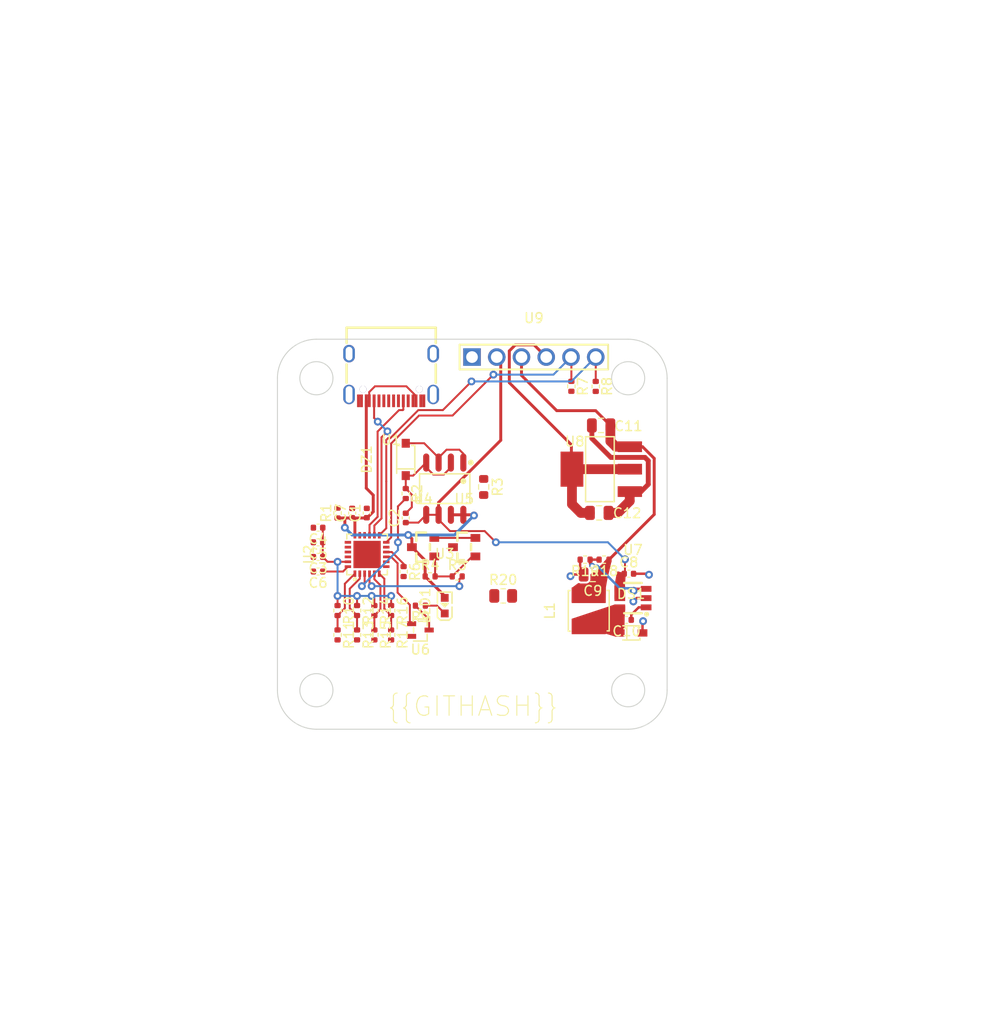
<source format=kicad_pcb>
(kicad_pcb (version 20240108) (generator "pcbnew") (generator_version "8.0")
  (layers (0 "F.Cu" signal) (31 "B.Cu" signal) (34 "B.Paste" user) (35 "F.Paste" user) (36 "B.SilkS" user "B.Silkscreen") (37 "F.SilkS" user "F.Silkscreen") (38 "B.Mask" user) (39 "F.Mask" user) (44 "Edge.Cuts" user))
  (net 0 "")
  (net 1 "cc1")
  (net 2 "hpi_int")
  (net 3 "vdc_out")
  (net 4 "sda")
  (net 5 "safe_pwr_en")
  (net 6 "usb_pd_device.cypd3177_ic-vcc-1")
  (net 7 "usb_pd_device.cypd3177_ic-vcc-2")
  (net 8 "dnu2")
  (net 9 "d_minus")
  (net 10 "d_plus")
  (net 11 "epad")
  (net 12 "vbus_fet_en")
  (net 13 "dnu1")
  (net 14 "flip")
  (net 15 "vbus_min")
  (net 16 "usb_pd_device.cypd3177_ic-vcc")
  (net 17 "vbus_max")
  (net 18 "isnk_coarse")
  (net 19 "gpio_1")
  (net 20 "cc2")
  (net 21 "scl")
  (net 22 "isnk_fine")
  (net 23 "usb_pd_device.led_indicator.led-gnd")
  (net 24 "vcc")
  (net 25 "sw")
  (net 26 "cb")
  (net 27 "vcc-2")
  (net 28 "out")
  (net 29 "source1")
  (net 30 "usb_pd_device.load_switch.load_switch_mosfet-gnd")
  (net 31 "usb_pd_device-vcc")
  (net 32 "gate")
  (net 33 "cathode")
  (net 34 "vcc-1")
  (net 35 "source")
  (net 36 "usb_c-dm")
  (net 37 "usb_c-gnd")
  (net 38 "usb_c-dp")
  (net 39 "sub2")
  (net 40 "usb_c-vcc")
  (net 41 "sub1")
  (footprint "lib:R0402" (layer "F.Cu") (at 146.853244 121.279519 180)
    (property "Reference" "R18")
    (property "Value" "62.5mW Thick Film Resistors 50V ±100ppm/℃ ±1% 23.7kΩ 0402  Chip Resistor - Surface Mount ROHS")
  )
  (footprint "lib:C0805" (layer "F.Cu") (at 146.355375 116.483928)
    (property "Reference" "C12")
    (property "Value" "25V 10uF X5R ±10% 0805  Multilayer Ceramic Capacitors MLCC - SMD/SMT ROHS")
  )
  (footprint "lib:SOD-123_L2.7-W1.7-LS3.8-RD" (layer "F.Cu") (at 126.5 111 90)
    (property "Reference" "DZ1")
    (property "Value" "")
  )
  (footprint "lib:R0402" (layer "F.Cu") (at 126.28 122.5 -90)
    (property "Reference" "R6")
    (property "Value" "62.5mW Thick Film Resistors 50V ±100ppm/℃ ±1% 4.7kΩ 0402  Chip Resistor - Surface Mount ROHS")
  )
  (footprint "lib:SOP-8_L4.9-W3.9-P1.27-LS6.0-BL" (layer "F.Cu") (at 130.5 114 180)
    (property "Reference" "U3")
    (property "Value" "")
  )
  (footprint "lib:R0402" (layer "F.Cu") (at 146 103.51 -90)
    (property "Reference" "R8")
    (property "Value" "62.5mW Thick Film Resistors 50V ±100ppm/℃ ±1% 10kΩ 0402  Chip Resistor - Surface Mount ROHS")
  )
  (footprint "lib:R0402" (layer "F.Cu") (at 123.28 129 -90)
    (property "Reference" "R15")
    (property "Value" "62.5mW Thick Film Resistors 50V ±100ppm/℃ ±1% 300Ω 0402  Chip Resistor - Surface Mount ROHS")
  )
  (footprint "lib:C0805" (layer "F.Cu") (at 146.553399 107.511913 180)
    (property "Reference" "C11")
    (property "Value" "25V 10uF X5R ±10% 0805  Multilayer Ceramic Capacitors MLCC - SMD/SMT ROHS")
  )
  (footprint "lib:R0402" (layer "F.Cu") (at 143.5 103.5 -90)
    (property "Reference" "R7")
    (property "Value" "62.5mW Thick Film Resistors 50V ±100ppm/℃ ±1% 10kΩ 0402  Chip Resistor - Surface Mount ROHS")
  )
  (footprint "lib:C0402" (layer "F.Cu") (at 122.5 116.5 90)
    (property "Reference" "C1")
    (property "Value" "25V 1uF X5R ±10% 0402  Multilayer Ceramic Capacitors MLCC - SMD/SMT ROHS")
  )
  (footprint "lib:R0402" (layer "F.Cu") (at 126.5 114.5 -90)
    (property "Reference" "R2")
    (property "Value" "62.5mW Thick Film Resistors 50V ±100ppm/℃ ±1% 1kΩ 0402  Chip Resistor - Surface Mount ROHS")
  )
  (footprint "lib:R0603" (layer "F.Cu") (at 134.5 113.825 -90)
    (property "Reference" "R3")
    (property "Value" "100mW Thick Film Resistors 75V ±100ppm/℃ ±1% 47kΩ 0603  Chip Resistor - Surface Mount ROHS")
  )
  (footprint "lib:R0402" (layer "F.Cu") (at 129 123)
    (property "Reference" "R4")
    (property "Value" "62.5mW Thick Film Resistors 50V ±100ppm/℃ ±1% 51kΩ 0402  Chip Resistor - Surface Mount ROHS")
  )
  (footprint "lib:R0402" (layer "F.Cu") (at 131.78 123)
    (property "Reference" "R5")
    (property "Value" "62.5mW Thick Film Resistors 50V ±100ppm/℃ ±1% 1kΩ 0402  Chip Resistor - Surface Mount ROHS")
  )
  (footprint "lib:R0402" (layer "F.Cu") (at 121.5 129 -90)
    (property "Reference" "R13")
    (property "Value" "62.5mW Thick Film Resistors 50V ±100ppm/℃ ±1% 300Ω 0402  Chip Resistor - Surface Mount ROHS")
  )
  (footprint "lib:C0402" (layer "F.Cu") (at 117.5 118 180)
    (property "Reference" "C4")
    (property "Value" "16V 100nF X7R ±10% 0402  Multilayer Ceramic Capacitors MLCC - SMD/SMT ROHS")
  )
  (footprint "lib:SOD-323_L1.8-W1.3-LS2.5-RD" (layer "F.Cu") (at 149.630315 128.795016)
    (property "Reference" "DS1")
    (property "Value" "")
  )
  (footprint "lib:C0402" (layer "F.Cu") (at 117.5 121 180)
    (property "Reference" "C3")
    (property "Value" "25V 1uF X5R ±10% 0402  Multilayer Ceramic Capacitors MLCC - SMD/SMT ROHS")
  )
  (footprint "lib:C0402" (layer "F.Cu") (at 117.5 122.5 180)
    (property "Reference" "C6")
    (property "Value" "25V 1uF X5R ±10% 0402  Multilayer Ceramic Capacitors MLCC - SMD/SMT ROHS")
  )
  (footprint "lib:SOT-323-3_L2.0-W1.3-P1.30-LS2.1-BR" (layer "F.Cu") (at 128 128.5 180)
    (property "Reference" "U6")
    (property "Value" "")
  )
  (footprint "lib:USB-C-SMD_KH-TYPE-C-16P" (layer "F.Cu") (at 125 102.5675 180)
    (property "Reference" "U1")
    (property "Value" "")
  )
  (footprint "lib:R0402" (layer "F.Cu") (at 125 129 -90)
    (property "Reference" "R17")
    (property "Value" "62.5mW Thick Film Resistors 50V ±800ppm/℃ ±1% 0Ω 0402  Chip Resistor - Surface Mount ROHS")
  )
  (footprint "lib:R0805" (layer "F.Cu") (at 136.5 125)
    (property "Reference" "R20")
    (property "Value" "125mW Thick Film Resistors 150V ±800ppm/℃ ±1% 0Ω 0805  Chip Resistor - Surface Mount ROHS")
  )
  (footprint "lib:TQFN-24_L4.0-W4.0-P0.50-TL-EP2.8" (layer "F.Cu") (at 122.53 120.75 90)
    (property "Reference" "U2")
    (property "Value" "")
  )
  (footprint "lib:R0402" (layer "F.Cu") (at 123.28 126.5 -90)
    (property "Reference" "R14")
    (property "Value" "62.5mW Thick Film Resistors 50V ±100ppm/℃ ±1% 36.5Ω 0402  Chip Resistor - Surface Mount ROHS")
  )
  (footprint "lib:R0402" (layer "F.Cu") (at 121.5 126.5 -90)
    (property "Reference" "R12")
    (property "Value" "62.5mW Thick Film Resistors 50V ±100ppm/℃ ±1% 36.5Ω 0402  Chip Resistor - Surface Mount ROHS")
  )
  (footprint "lib:C0402" (layer "F.Cu") (at 121 116.5 90)
    (property "Reference" "C7")
    (property "Value" "10V 3.3uF X5R ±10% 0402  Multilayer Ceramic Capacitors MLCC - SMD/SMT ROHS")
  )
  (footprint "lib:IND-SMD_L4.0-W4.0" (layer "F.Cu") (at 145.282507 126.527945 90)
    (property "Reference" "L1")
    (property "Value" "")
  )
  (footprint "lib:C0402" (layer "F.Cu") (at 126.5 117 90)
    (property "Reference" "C2")
    (property "Value" "25V 1uF X5R ±10% 0402  Multilayer Ceramic Capacitors MLCC - SMD/SMT ROHS")
  )
  (footprint "lib:R0402" (layer "F.Cu") (at 119.5 116.5 90)
    (property "Reference" "R1")
    (property "Value" "62.5mW Thick Film Resistors 50V ±100ppm/℃ ±1% 10kΩ 0402  Chip Resistor - Surface Mount ROHS")
  )
  (footprint "lib:HDR-TH_6P-P2.54-V-M-1" (layer "F.Cu") (at 139.65 100.5)
    (property "Reference" "U9")
    (property "Value" "")
  )
  (footprint "lib:C0402" (layer "F.Cu") (at 149.403051 122.72455)
    (property "Reference" "C8")
    (property "Value" "6.3V 10uF X5R ±20% 0402  Multilayer Ceramic Capacitors MLCC - SMD/SMT ROHS")
  )
  (footprint "lib:C0402" (layer "F.Cu") (at 149.164479 127.459618 180)
    (property "Reference" "C10")
    (property "Value" "16V 100nF X7R ±10% 0402  Multilayer Ceramic Capacitors MLCC - SMD/SMT ROHS")
  )
  (footprint "lib:R0402" (layer "F.Cu") (at 119.5 129 -90)
    (property "Reference" "R11")
    (property "Value" "62.5mW Thick Film Resistors 50V ±100ppm/℃ ±1% 54.9Ω 0402  Chip Resistor - Surface Mount ROHS")
  )
  (footprint "lib:C0805" (layer "F.Cu") (at 145.704559 122.801252 180)
    (property "Reference" "C9")
    (property "Value" "25V 10uF X5R ±10% 0805  Multilayer Ceramic Capacitors MLCC - SMD/SMT ROHS")
  )
  (footprint "lib:LED0603-RD" (layer "F.Cu") (at 130.5 126 90)
    (property "Reference" "LED1")
    (property "Value" "")
  )
  (footprint "lib:R0402" (layer "F.Cu") (at 128 126 180)
    (property "Reference" "R9")
    (property "Value" "62.5mW Thick Film Resistors ±100ppm/℃ ±0.5% 1.78kΩ 0402  Chip Resistor - Surface Mount ROHS")
  )
  (footprint "lib:SOT-223-3_L6.5-W3.4-P2.30-LS7.0-BR" (layer "F.Cu") (at 146.53 112)
    (property "Reference" "U8")
    (property "Value" "")
  )
  (footprint "lib:R0402" (layer "F.Cu") (at 144.909838 121.279519 180)
    (property "Reference" "R19")
    (property "Value" "62.5mW Thick Film Resistors 50V ±100ppm/℃ ±1% 4.3kΩ 0402  Chip Resistor - Surface Mount ROHS")
  )
  (footprint "lib:SOT-23_L2.9-W1.3-P1.90-LS2.4-BR" (layer "F.Cu") (at 132.5 120)
    (property "Reference" "U5")
    (property "Value" "")
  )
  (footprint "lib:SOT-23-6_L2.9-W1.6-P0.95-LS2.8-BR" (layer "F.Cu") (at 149.821099 125.223113)
    (property "Reference" "U7")
    (property "Value" "")
  )
  (footprint "lib:C0402" (layer "F.Cu") (at 117.5 119.5 180)
    (property "Reference" "C5")
    (property "Value" "16V 100nF X7R ±10% 0402  Multilayer Ceramic Capacitors MLCC - SMD/SMT ROHS")
  )
  (footprint "lib:SOT-23_L2.9-W1.3-P1.90-LS2.4-BR" (layer "F.Cu") (at 128.28 120)
    (property "Reference" "U4")
    (property "Value" "")
  )
  (footprint "lib:R0402" (layer "F.Cu") (at 119.5 126.5 -90)
    (property "Reference" "R10")
    (property "Value" "62.5mW Thick Film Resistors ±100ppm/℃ ±1% 316Ω 0402  Chip Resistor - Surface Mount ROHS")
  )
  (footprint "lib:R0402" (layer "F.Cu") (at 125 126.5 -90)
    (property "Reference" "R16")
    (property "Value" "62.5mW Thick Film Resistors 50V ±100ppm/℃ ±1% 383Ω 0402  Chip Resistor - Surface Mount ROHS")
  )
  (gr_circle (center 117.328427 102.671573) (end 119.028427 102.671573) (stroke (width 0.1)) (fill none) (layer "Edge.Cuts"))
  (gr_circle (center 149.328427 134.671573) (end 151.028427 134.671573) (stroke (width 0.1)) (fill none) (layer "Edge.Cuts"))
  (gr_circle (center 149.328427 102.671573) (end 151.028427 102.671573) (stroke (width 0.1)) (fill none) (layer "Edge.Cuts"))
  (gr_arc (start 153.328427 134.671573) (mid 152.156854 137.5) (end 149.328427 138.671573) (stroke (width 0.1)) (layer "Edge.Cuts"))
  (gr_arc (start 117.328427 138.671573) (mid 114.5 137.5) (end 113.328427 134.671573) (stroke (width 0.1)) (layer "Edge.Cuts"))
  (gr_line (start 153.328427 134.671573) (end 153.328427 102.671573) (stroke (width 0.1)) (layer "Edge.Cuts"))
  (gr_line (start 113.328427 102.671573) (end 113.328427 134.671573) (stroke (width 0.1)) (layer "Edge.Cuts"))
  (gr_arc (start 149.328427 98.671573) (mid 152.156854 99.843146) (end 153.328427 102.671573) (stroke (width 0.1)) (layer "Edge.Cuts"))
  (gr_line (start 149.328427 98.671573) (end 117.328427 98.671573) (stroke (width 0.1)) (layer "Edge.Cuts"))
  (gr_arc (start 113.328427 102.671573) (mid 114.5 99.843146) (end 117.328427 98.671573) (stroke (width 0.1)) (layer "Edge.Cuts"))
  (gr_circle (center 117.328427 134.671573) (end 119.028427 134.671573) (stroke (width 0.1)) (fill none) (layer "Edge.Cuts"))
  (gr_line (start 117.328427 138.671573) (end 149.328427 138.671573) (stroke (width 0.1)) (layer "Edge.Cuts"))
  (gr_text "{{GITHASH}}" (at 124.5 137.5 0) (layer "F.SilkS") (effects (font (size 2 2) (thickness 0.1)) (justify left bottom)))
  (segment (start 122.78 117.717105) (end 123.61 116.887105) (width 0.2) (layer "F.Cu") (net 1))
  (segment (start 123.61 116.887105) (end 123.61 108.14) (width 0.2) (layer "F.Cu") (net 1))
  (segment (start 126.25 105.8875) (end 126.25 104.9875) (width 0.2) (layer "F.Cu") (net 1))
  (segment (start 123.61 108.14) (end 125.8125 105.9375) (width 0.2) (layer "F.Cu") (net 1))
  (segment (start 126.2 105.9375) (end 126.25 105.8875) (width 0.2) (layer "F.Cu") (net 1))
  (segment (start 122.78 118.78) (end 122.78 117.717105) (width 0.2) (layer "F.Cu") (net 1))
  (segment (start 125.8125 105.9375) (end 126.2 105.9375) (width 0.2) (layer "F.Cu") (net 1))
  (segment (start 131.3 106.5) (end 135.5 102.3) (width 0.2) (layer "F.Cu") (net 4))
  (segment (start 127.865 106.5) (end 131.3 106.5) (width 0.2) (layer "F.Cu") (net 4))
  (segment (start 124.5 119.5) (end 125 119) (width 0.2) (layer "F.Cu") (net 4))
  (segment (start 143.5 102.99) (end 143.5 100.54) (width 0.2) (layer "F.Cu") (net 4))
  (segment (start 125 109.365) (end 127.865 106.5) (width 0.2) (layer "F.Cu") (net 4))
  (segment (start 143.5 100.54) (end 143.46 100.5) (width 0.2) (layer "F.Cu") (net 4))
  (segment (start 125 119) (end 125 109.365) (width 0.2) (layer "F.Cu") (net 4))
  (via (at 135.5 102.3) (size 0.8) (drill 0.4) (layers "F.Cu" "B.Cu") (net 4))
  (segment (start 141.66 102.3) (end 143.46 100.5) (width 0.2) (layer "B.Cu") (net 4))
  (segment (start 135.5 102.3) (end 141.66 102.3) (width 0.2) (layer "B.Cu") (net 4))
  (segment (start 122.78 123.78) (end 123 124) (width 0.2) (layer "F.Cu") (net 5))
  (segment (start 132 124) (end 132 123.29) (width 0.2) (layer "F.Cu") (net 5))
  (segment (start 132 123.29) (end 132.29 123) (width 0.2) (layer "F.Cu") (net 5))
  (segment (start 122.78 122.72) (end 122.78 123.78) (width 0.2) (layer "F.Cu") (net 5))
  (via (at 123 124) (size 0.8) (drill 0.4) (layers "F.Cu" "B.Cu") (net 5))
  (via (at 132 124) (size 0.8) (drill 0.4) (layers "F.Cu" "B.Cu") (net 5))
  (segment (start 123 124) (end 132 124) (width 0.2) (layer "B.Cu") (net 5))
  (segment (start 121.5 125.99) (end 121.5 125) (width 0.2) (layer "F.Cu") (net 6))
  (segment (start 125 125) (end 125 125.99) (width 0.2) (layer "F.Cu") (net 6))
  (segment (start 117.98 121) (end 117.98 119.5) (width 0.2) (layer "F.Cu") (net 6))
  (segment (start 119.5 125.99) (end 119.5 125) (width 0.2) (layer "F.Cu") (net 6))
  (segment (start 117.98 119.5) (end 117.98 118) (width 0.2) (layer "F.Cu") (net 6))
  (segment (start 117.98 121) (end 118.48 121.5) (width 0.2) (layer "F.Cu") (net 6))
  (segment (start 119.5 121.5) (end 120.56 121.5) (width 0.2) (layer "F.Cu") (net 6))
  (segment (start 118.48 121.5) (end 119.5 121.5) (width 0.2) (layer "F.Cu") (net 6))
  (segment (start 123.28 125.99) (end 123.28 125.28) (width 0.2) (layer "F.Cu") (net 6))
  (segment (start 123.28 125.28) (end 123 125) (width 0.2) (layer "F.Cu") (net 6))
  (via (at 125 125) (size 0.8) (drill 0.4) (layers "F.Cu" "B.Cu") (net 6))
  (via (at 119.5 121.5) (size 0.8) (drill 0.4) (layers "F.Cu" "B.Cu") (net 6))
  (via (at 121.5 125) (size 0.8) (drill 0.4) (layers "F.Cu" "B.Cu") (net 6))
  (via (at 123 125) (size 0.8) (drill 0.4) (layers "F.Cu" "B.Cu") (net 6))
  (via (at 119.5 125) (size 0.8) (drill 0.4) (layers "F.Cu" "B.Cu") (net 6))
  (segment (start 119.5 125) (end 121.5 125) (width 0.2) (layer "B.Cu") (net 6))
  (segment (start 121.5 125) (end 123 125) (width 0.2) (layer "B.Cu") (net 6))
  (segment (start 119.5 121.5) (end 119.5 125) (width 0.2) (layer "B.Cu") (net 6))
  (segment (start 123 125) (end 125 125) (width 0.2) (layer "B.Cu") (net 6))
  (segment (start 117.98 122.5) (end 120.06 122.5) (width 0.2) (layer "F.Cu") (net 7))
  (segment (start 120.06 122.5) (end 120.56 122) (width 0.2) (layer "F.Cu") (net 7))
  (segment (start 125.7 119.5) (end 125.7 115.81) (width 0.2) (layer "F.Cu") (net 12))
  (segment (start 122.28 122.72) (end 122.28 123.72) (width 0.2) (layer "F.Cu") (net 12))
  (segment (start 125.7 115.81) (end 126.5 115.01) (width 0.2) (layer "F.Cu") (net 12))
  (segment (start 122.28 123.72) (end 122 124) (width 0.2) (layer "F.Cu") (net 12))
  (via (at 122 124) (size 0.8) (drill 0.4) (layers "F.Cu" "B.Cu") (net 12))
  (via (at 125.7 119.5) (size 0.8) (drill 0.4) (layers "F.Cu" "B.Cu") (net 12))
  (segment (start 125.7 120.3) (end 122 124) (width 0.2) (layer "B.Cu") (net 12))
  (segment (start 125.7 119.5) (end 125.7 120.3) (width 0.2) (layer "B.Cu") (net 12))
  (segment (start 124.5 120.5) (end 125.07 120.5) (width 0.2) (layer "F.Cu") (net 14))
  (segment (start 125.07 120.5) (end 126.28 121.71) (width 0.2) (layer "F.Cu") (net 14))
  (segment (start 126.28 121.71) (end 126.28 121.99) (width 0.2) (layer "F.Cu") (net 14))
  (segment (start 119.5 127.01) (end 120.25 126.26) (width 0.2) (layer "F.Cu") (net 15))
  (segment (start 119.5 127.01) (end 119.5 128.49) (width 0.2) (layer "F.Cu") (net 15))
  (segment (start 120.25 126.26) (end 120.25 123.75) (width 0.2) (layer "F.Cu") (net 15))
  (segment (start 120.25 123.75) (end 121.28 122.72) (width 0.2) (layer "F.Cu") (net 15))
  (segment (start 125.004314 121) (end 125.66 121.655686) (width 0.2) (layer "F.Cu") (net 16))
  (segment (start 126.92 125.92) (end 126.92 127.67) (width 0.2) (layer "F.Cu") (net 16))
  (segment (start 125.66 124.66) (end 126.92 125.92) (width 0.2) (layer "F.Cu") (net 16))
  (segment (start 124.5 121) (end 125.004314 121) (width 0.2) (layer "F.Cu") (net 16))
  (segment (start 125.66 121.655686) (end 125.66 124.66) (width 0.2) (layer "F.Cu") (net 16))
  (segment (start 126.92 127.67) (end 127.1 127.85) (width 0.2) (layer "F.Cu") (net 16))
  (segment (start 121.5 127.01) (end 121.5 128.49) (width 0.2) (layer "F.Cu") (net 17))
  (segment (start 120.75 124.26005) (end 120.75 126.26) (width 0.2) (layer "F.Cu") (net 17))
  (segment (start 121.78 122.72) (end 121.78 123.23005) (width 0.2) (layer "F.Cu") (net 17))
  (segment (start 121.78 123.23005) (end 120.75 124.26005) (width 0.2) (layer "F.Cu") (net 17))
  (segment (start 120.75 126.26) (end 121.5 127.01) (width 0.2) (layer "F.Cu") (net 17))
  (segment (start 123.28 127.01) (end 123.28 128.49) (width 0.2) (layer "F.Cu") (net 18))
  (segment (start 123.9 126.39) (end 123.28 127.01) (width 0.2) (layer "F.Cu") (net 18))
  (segment (start 123.28 122.72) (end 123.28 123.29) (width 0.2) (layer "F.Cu") (net 18))
  (segment (start 123.28 123.29) (end 123.9 123.91) (width 0.2) (layer "F.Cu") (net 18))
  (segment (start 123.9 123.91) (end 123.9 126.39) (width 0.2) (layer "F.Cu") (net 18))
  (segment (start 123.625 107.125) (end 123.25 106.75) (width 0.2) (layer "F.Cu") (net 20))
  (segment (start 124.01 117.052791) (end 123.28 117.782791) (width 0.2) (layer "F.Cu") (net 20))
  (segment (start 123.25 106.75) (end 123.25 104.9875) (width 0.2) (layer "F.Cu") (net 20))
  (segment (start 124.619975 108.119975) (end 124.01 108.72995) (width 0.2) (layer "F.Cu") (net 20))
  (segment (start 124.01 108.72995) (end 124.01 117.052791) (width 0.2) (layer "F.Cu") (net 20))
  (segment (start 123.28 117.782791) (end 123.28 118.78) (width 0.2) (layer "F.Cu") (net 20))
  (via (at 124.619975 108.119975) (size 0.8) (drill 0.4) (layers "F.Cu" "B.Cu") (net 20))
  (via (at 123.625 107.125) (size 0.8) (drill 0.4) (layers "F.Cu" "B.Cu") (net 20))
  (segment (start 124.619975 108.119975) (end 123.625 107.125) (width 0.2) (layer "B.Cu") (net 20))
  (segment (start 124.909925 108.819975) (end 127.7924 105.9375) (width 0.2) (layer "F.Cu") (net 21))
  (segment (start 146 103) (end 146 100.5) (width 0.2) (layer "F.Cu") (net 21))
  (segment (start 124.75 108.819975) (end 124.909925 108.819975) (width 0.2) (layer "F.Cu") (net 21))
  (segment (start 124.680025 108.819975) (end 124.75 108.819975) (width 0.2) (layer "F.Cu") (net 21))
  (segment (start 124.5 113.25) (end 124.5 109) (width 0.2) (layer "F.Cu") (net 21))
  (segment (start 130.3125 105.9375) (end 133.25 103) (width 0.2) (layer "F.Cu") (net 21))
  (segment (start 124.5 109) (end 124.680025 108.819975) (width 0.2) (layer "F.Cu") (net 21))
  (segment (start 124.5 118.06) (end 124.5 113.25) (width 0.2) (layer "F.Cu") (net 21))
  (segment (start 127.7924 105.9375) (end 130.3125 105.9375) (width 0.2) (layer "F.Cu") (net 21))
  (segment (start 123.78 118.78) (end 124.5 118.06) (width 0.2) (layer "F.Cu") (net 21))
  (via (at 133.25 103) (size 0.8) (drill 0.4) (layers "F.Cu" "B.Cu") (net 21))
  (segment (start 143.5 103) (end 146 100.5) (width 0.2) (layer "B.Cu") (net 21))
  (segment (start 133.25 103) (end 143.5 103) (width 0.2) (layer "B.Cu") (net 21))
  (segment (start 124.3 126.31) (end 125 127.01) (width 0.2) (layer "F.Cu") (net 22))
  (segment (start 125 127.01) (end 125 128.49) (width 0.2) (layer "F.Cu") (net 22))
  (segment (start 124.3 123.24) (end 124.3 126.31) (width 0.2) (layer "F.Cu") (net 22))
  (segment (start 123.78 122.72) (end 124.3 123.24) (width 0.2) (layer "F.Cu") (net 22))
  (segment (start 128.9 127.41) (end 127.49 126) (width 0.2) (layer "F.Cu") (net 23))
  (segment (start 128.9 128.5) (end 128.9 127.41) (width 0.2) (layer "F.Cu") (net 23))
  (segment (start 128.6 116.68) (end 129.87 116.68) (width 0.2) (layer "F.Cu") (net 24))
  (segment (start 129.87 116.68) (end 129.87 115.415452) (width 0.3) (layer "F.Cu") (net 24))
  (segment (start 134.6 118.35) (end 135.75 119.5) (width 0.2) (layer "F.Cu") (net 24))
  (segment (start 149 122.647601) (end 148.923051 122.72455) (width 0.2) (layer "F.Cu") (net 24))
  (segment (start 149 121.25) (end 149 122.647601) (width 0.2) (layer "F.Cu") (net 24))
  (segment (start 136.25 109.035452) (end 136.25 100.91) (width 0.3) (layer "F.Cu") (net 24))
  (segment (start 126.5 117.48) (end 127.8 117.48) (width 0.2) (layer "F.Cu") (net 24))
  (segment (start 129.87 116.68) (end 129.87 117.18) (width 0.2) (layer "F.Cu") (net 24))
  (segment (start 129.87 115.415452) (end 136.25 109.035452) (width 0.3) (layer "F.Cu") (net 24))
  (segment (start 129.87 117.18) (end 131.04 118.35) (width 0.2) (layer "F.Cu") (net 24))
  (segment (start 131.04 118.35) (end 134.6 118.35) (width 0.2) (layer "F.Cu") (net 24))
  (segment (start 136.25 100.91) (end 135.84 100.5) (width 0.3) (layer "F.Cu") (net 24))
  (segment (start 127.8 117.48) (end 128.6 116.68) (width 0.2) (layer "F.Cu") (net 24))
  (via (at 149 121.25) (size 0.8) (drill 0.4) (layers "F.Cu" "B.Cu") (net 24))
  (via (at 135.75 119.5) (size 0.8) (drill 0.4) (layers "F.Cu" "B.Cu") (net 24))
  (segment (start 147.25 119.5) (end 149 121.25) (width 0.2) (layer "B.Cu") (net 24))
  (segment (start 135.75 119.5) (end 147.25 119.5) (width 0.2) (layer "B.Cu") (net 24))
  (segment (start 149.644479 127.459618) (end 149.644479 126.938857) (width 0.25) (layer "F.Cu") (net 26))
  (segment (start 150.410223 126.173113) (end 151.171099 126.173113) (width 0.25) (layer "F.Cu") (net 26))
  (segment (start 149.644479 126.938857) (end 150.410223 126.173113) (width 0.25) (layer "F.Cu") (net 26))
  (segment (start 149.5 112) (end 143.56 112) (width 1) (layer "F.Cu") (net 27))
  (segment (start 137.75 99.25) (end 139.67 99.25) (width 0.3) (layer "F.Cu") (net 27))
  (segment (start 143.5 109.5) (end 137.13 103.13) (width 0.3) (layer "F.Cu") (net 27))
  (segment (start 144.457151 116.483928) (end 143.56 115.586777) (width 1) (layer "F.Cu") (net 27))
  (segment (start 145.405375 116.483928) (end 144.457151 116.483928) (width 1) (layer "F.Cu") (net 27))
  (segment (start 139.67 99.25) (end 140.92 100.5) (width 0.3) (layer "F.Cu") (net 27))
  (segment (start 143.56 115.586777) (end 143.56 112) (width 1) (layer "F.Cu") (net 27))
  (segment (start 143.5 111.94) (end 143.56 112) (width 0.3) (layer "F.Cu") (net 27))
  (segment (start 143.5 109.5) (end 143.5 111.94) (width 0.3) (layer "F.Cu") (net 27))
  (segment (start 137.13 103.13) (end 137.13 99.87) (width 0.3) (layer "F.Cu") (net 27))
  (segment (start 137.13 99.87) (end 137.75 99.25) (width 0.3) (layer "F.Cu") (net 27))
  (segment (start 150.098099 124.273113) (end 149.898099 124.473113) (width 0.25) (layer "F.Cu") (net 28))
  (segment (start 145.419838 121.279519) (end 145.419838 121.701725) (width 0.25) (layer "F.Cu") (net 28))
  (segment (start 146.343244 121.279519) (end 145.419838 121.279519) (width 0.25) (layer "F.Cu") (net 28))
  (segment (start 145.419838 121.701725) (end 145.629117 121.911004) (width 0.25) (layer "F.Cu") (net 28))
  (segment (start 151.171099 124.273113) (end 150.098099 124.273113) (width 0.25) (layer "F.Cu") (net 28))
  (via (at 145.629117 121.911004) (size 0.6) (drill 0.3) (layers "F.Cu" "B.Cu") (net 28))
  (via (at 149.898099 124.473113) (size 0.8) (drill 0.4) (layers "F.Cu" "B.Cu") (net 28))
  (segment (start 145.629117 121.911004) (end 146.169337 121.911004) (width 0.25) (layer "B.Cu") (net 28))
  (segment (start 148.477446 124.219113) (end 149.644099 124.219113) (width 0.25) (layer "B.Cu") (net 28))
  (segment (start 149.644099 124.219113) (end 149.898099 124.473113) (width 0.25) (layer "B.Cu") (net 28))
  (segment (start 146.169337 121.911004) (end 148.477446 124.219113) (width 0.25) (layer "B.Cu") (net 28))
  (segment (start 129.87 111.32) (end 129.87 110.82) (width 0.2) (layer "F.Cu") (net 29))
  (segment (start 130.69 110) (end 132 110) (width 0.2) (layer "F.Cu") (net 29))
  (segment (start 126.5 109.34) (end 128.39 109.34) (width 0.2) (layer "F.Cu") (net 29))
  (segment (start 132 110) (end 132.41 110.41) (width 0.2) (layer "F.Cu") (net 29))
  (segment (start 128.39 109.34) (end 129.87 110.82) (width 0.2) (layer "F.Cu") (net 29))
  (segment (start 132.41 110.41) (end 132.41 111.32) (width 0.2) (layer "F.Cu") (net 29))
  (segment (start 129.87 110.82) (end 130.69 110) (width 0.2) (layer "F.Cu") (net 29))
  (segment (start 126.5 112.66) (end 126.5 113.99) (width 0.2) (layer "F.Cu") (net 30))
  (segment (start 131.13 111.32) (end 131.13 111.82) (width 0.2) (layer "F.Cu") (net 30))
  (segment (start 127.26 112.66) (end 128.6 111.32) (width 0.2) (layer "F.Cu") (net 30))
  (segment (start 126.5 113.99) (end 127.12 114.61) (width 0.2) (layer "F.Cu") (net 30))
  (segment (start 131.13 111.82) (end 130.4 112.55) (width 0.2) (layer "F.Cu") (net 30))
  (segment (start 130.4 112.55) (end 129.33 112.55) (width 0.2) (layer "F.Cu") (net 30))
  (segment (start 128.6 111.82) (end 128.6 111.32) (width 0.2) (layer "F.Cu") (net 30))
  (segment (start 127.12 114.61) (end 127.12 115.9) (width 0.2) (layer "F.Cu") (net 30))
  (segment (start 127.12 115.9) (end 126.5 116.52) (width 0.2) (layer "F.Cu") (net 30))
  (segment (start 129.33 112.55) (end 128.6 111.82) (width 0.2) (layer "F.Cu") (net 30))
  (segment (start 126.5 112.66) (end 127.26 112.66) (width 0.2) (layer "F.Cu") (net 30))
  (segment (start 129.51 121.03) (end 129.43 120.95) (width 0.2) (layer "F.Cu") (net 32))
  (segment (start 133.32 120.95) (end 133.65 120.95) (width 0.2) (layer "F.Cu") (net 32))
  (segment (start 131.27 123) (end 133.32 120.95) (width 0.2) (layer "F.Cu") (net 32))
  (segment (start 131.27 123) (end 129.51 123) (width 0.2) (layer "F.Cu") (net 32))
  (segment (start 129.51 123) (end 129.51 121.03) (width 0.2) (layer "F.Cu") (net 32))
  (segment (start 129.7 126) (end 130.5 126.8) (width 0.2) (layer "F.Cu") (net 33))
  (segment (start 128.51 126) (end 129.7 126) (width 0.2) (layer "F.Cu") (net 33))
  (segment (start 142 106) (end 138.38 102.38) (width 0.3) (layer "F.Cu") (net 34))
  (segment (start 147.503399 107.511913) (end 145.991486 106) (width 0.3) (layer "F.Cu") (net 34))
  (segment (start 150.807243 109.7) (end 149.5 109.7) (width 0.3) (layer "F.Cu") (net 34))
  (segment (start 148.063815 109.7) (end 149.5 109.7) (width 1) (layer "F.Cu") (net 34))
  (segment (start 147.503399 107.511913) (end 147.503399 109.139584) (width 1) (layer "F.Cu") (net 34))
  (segment (start 147.503399 109.139584) (end 148.063815 109.7) (width 1) (layer "F.Cu") (net 34))
  (segment (start 147.363244 121.279519) (end 152 116.642763) (width 0.3) (layer "F.Cu") (net 34))
  (segment (start 145.991486 106) (end 142 106) (width 0.3) (layer "F.Cu") (net 34))
  (segment (start 138.38 102.38) (end 138.38 100.5) (width 0.3) (layer "F.Cu") (net 34))
  (segment (start 152 116.642763) (end 152 110.892757) (width 0.3) (layer "F.Cu") (net 34))
  (segment (start 152 110.892757) (end 150.807243 109.7) (width 0.3) (layer "F.Cu") (net 34))
  (segment (start 129.43 119.05) (end 133.65 119.05) (width 0.2) (layer "F.Cu") (net 35))
  (segment (start 149.5 114.3) (end 149.489303 114.3) (width 0.25) (layer "F.Cu") (net 37))
  (segment (start 149.489303 115.267743) (end 148.273118 116.483928) (width 1) (layer "F.Cu") (net 37))
  (segment (start 150.800315 128.795016) (end 150.800315 127.647276) (width 0.25) (layer "F.Cu") (net 37))
  (segment (start 144.754559 122.801252) (end 143.579023 122.801252) (width 0.25) (layer "F.Cu") (net 37))
  (segment (start 151.050265 110.79155) (end 151.390375 111.13166) (width 0.5) (layer "F.Cu") (net 37))
  (segment (start 151.390375 113.56102) (end 150.651395 114.3) (width 0.5) (layer "F.Cu") (net 37))
  (segment (start 143.579023 122.801252) (end 143.404495 122.97578) (width 0.25) (layer "F.Cu") (net 37))
  (segment (start 151.171099 125.223113) (end 150.207649 125.223113) (width 0.25) (layer "F.Cu") (net 37))
  (segment (start 151.367268 122.72455) (end 151.467656 122.824938) (width 0.25) (layer "F.Cu") (net 37))
  (segment (start 150.800315 127.647276) (end 150.859214 127.588377) (width 0.25) (layer "F.Cu") (net 37))
  (segment (start 149.489303 114.3) (end 149.489303 115.267743) (width 1) (layer "F.Cu") (net 37))
  (segment (start 150.178051 122.72455) (end 151.367268 122.72455) (width 0.25) (layer "F.Cu") (net 37))
  (segment (start 150.651395 114.3) (end 149.5 114.3) (width 0.5) (layer "F.Cu") (net 37))
  (segment (start 151.390375 111.13166) (end 151.390375 113.56102) (width 0.5) (layer "F.Cu") (net 37))
  (segment (start 147.54655 110.79155) (end 151.050265 110.79155) (width 0.5) (layer "F.Cu") (net 37))
  (segment (start 144.399838 121.279519) (end 144.399838 122.446531) (width 0.25) (layer "F.Cu") (net 37))
  (segment (start 144.399838 122.446531) (end 144.754559 122.801252) (width 0.25) (layer "F.Cu") (net 37))
  (segment (start 148.273118 116.483928) (end 147.305375 116.483928) (width 1) (layer "F.Cu") (net 37))
  (segment (start 145.603399 108.848399) (end 147.54655 110.79155) (width 0.5) (layer "F.Cu") (net 37))
  (segment (start 145.603399 107.511913) (end 145.603399 108.848399) (width 0.5) (layer "F.Cu") (net 37))
  (segment (start 150.207649 125.223113) (end 149.863252 125.56751) (width 0.25) (layer "F.Cu") (net 37))
  (via (at 143.404495 122.97578) (size 0.8) (drill 0.4) (layers "F.Cu" "B.Cu") (net 37))
  (via (at 149.863252 125.56751) (size 0.8) (drill 0.4) (layers "F.Cu" "B.Cu") (net 37))
  (via (at 151.467656 122.824938) (size 0.8) (drill 0.4) (layers "F.Cu" "B.Cu") (net 37))
  (via (at 150.859214 127.588377) (size 0.8) (drill 0.4) (layers "F.Cu" "B.Cu") (net 37))
  (segment (start 128.49 121.36) (end 127.13 120) (width 0.3) (layer "F.Cu") (net 40))
  (segment (start 131.13 116.68) (end 132.41 116.68) (width 0.3) (layer "F.Cu") (net 40))
  (segment (start 127.13 120) (end 127.13 119.13) (width 0.3) (layer "F.Cu") (net 40))
  (segment (start 121.28 118.78) (end 121.28 117.26) (width 0.3) (layer "F.Cu") (net 40))
  (segment (start 128.49 123) (end 128.49 121.36) (width 0.3) (layer "F.Cu") (net 40))
  (segment (start 120.25 118) (end 120.25 117.01) (width 0.3) (layer "F.Cu") (net 40))
  (segment (start 123.16 114.66) (end 123.16 116.366846) (width 0.3) (layer "F.Cu") (net 40))
  (segment (start 122.546846 116.98) (end 122.5 116.98) (width 0.3) (layer "F.Cu") (net 40))
  (segment (start 127.55 104.9875) (end 127.55 104.4875) (width 0.2) (layer "F.Cu") (net 40))
  (segment (start 121.28 117.26) (end 121 116.98) (width 0.3) (layer "F.Cu") (net 40))
  (segment (start 122.45 104.9775) (end 122.45 113.95) (width 0.3) (layer "F.Cu") (net 40))
  (segment (start 127.13 119.13) (end 126.75 118.75) (width 0.3) (layer "F.Cu") (net 40))
  (segment (start 127.55 104.4875) (end 126.5625 103.5) (width 0.2) (layer "F.Cu") (net 40))
  (segment (start 120.25 117.01) (end 122.47 117.01) (width 0.3) (layer "F.Cu") (net 40))
  (segment (start 123.3375 103.5) (end 122.75 104.0875) (width 0.2) (layer "F.Cu") (net 40))
  (segment (start 122.47 117.01) (end 122.5 116.98) (width 0.3) (layer "F.Cu") (net 40))
  (segment (start 130.5 125.2) (end 130.5 125.01) (width 0.3) (layer "F.Cu") (net 40))
  (segment (start 122.45 113.95) (end 123.16 114.66) (width 0.3) (layer "F.Cu") (net 40))
  (segment (start 122.75 104.0875) (end 122.75 104.9775) (width 0.2) (layer "F.Cu") (net 40))
  (segment (start 126.5625 103.5) (end 123.3375 103.5) (width 0.2) (layer "F.Cu") (net 40))
  (segment (start 132.41 116.68) (end 133.43 116.68) (width 0.3) (layer "F.Cu") (net 40))
  (segment (start 123.16 116.366846) (end 122.546846 116.98) (width 0.3) (layer "F.Cu") (net 40))
  (segment (start 133.43 116.68) (end 133.5 116.75) (width 0.3) (layer "F.Cu") (net 40))
  (segment (start 130.5 125.01) (end 128.49 123) (width 0.3) (layer "F.Cu") (net 40))
  (segment (start 119.5 117.01) (end 120.25 117.01) (width 0.3) (layer "F.Cu") (net 40))
  (via (at 120.25 118) (size 0.8) (drill 0.4) (layers "F.Cu" "B.Cu") (net 40))
  (via (at 133.5 116.75) (size 0.8) (drill 0.4) (layers "F.Cu" "B.Cu") (net 40))
  (via (at 126.75 118.75) (size 0.8) (drill 0.4) (layers "F.Cu" "B.Cu") (net 40))
  (segment (start 131.5 118.75) (end 133.5 116.75) (width 0.3) (layer "B.Cu") (net 40))
  (segment (start 126.75 118.75) (end 131.5 118.75) (width 0.3) (layer "B.Cu") (net 40))
  (segment (start 121 118.75) (end 120.25 118) (width 0.3) (layer "B.Cu") (net 40))
  (segment (start 126.75 118.75) (end 121 118.75) (width 0.3) (layer "B.Cu") (net 40))
  (zone (net 25) (net_name "sw") (layer "F.Cu") (connect_pads yes (clearance 0.2)) (min_thickness 0.25) (fill yes (thermal_gap 0.5) (thermal_bridge_width 0.5))
    (polygon (pts (xy 147.174591 123.376795) (xy 147.036355 124.174312) (xy 147.004454 125.726811) (xy 143.527282 125.716177) (xy 143.548549 124.163678) (xy 146.15047 122.258277) (xy 146.238838 122.153936) (xy 147.132056 121.171113) (xy 147.557398 121.079947) (xy 147.599933 121.53719)))
  )
  (zone (net 24) (net_name "vcc") (layer "F.Cu") (priority 2) (connect_pads yes (clearance 0.5)) (min_thickness 0.25) (fill yes (thermal_gap 0.5) (thermal_bridge_width 0.5))
    (polygon (pts (xy 149 124.00918) (xy 149.081614 122.702458) (xy 148.188818 122.452588) (xy 147.91477 123.976294) (xy 147.91477 125.510962) (xy 149 125.5)))
  )
  (zone (net 24) (net_name "vcc") (layer "F.Cu") (priority 1) (connect_pads yes (clearance 0.2)) (min_thickness 0.25) (fill yes (thermal_gap 0.5) (thermal_bridge_width 0.5))
    (polygon (pts (xy 147.934914 125.881069) (xy 143.555043 127.336449) (xy 143.555043 128.887939) (xy 147.015004 128.874209) (xy 147.976104 129.162539) (xy 148.950934 129.162539) (xy 148.959244 127.608297) (xy 148.965131 127.272723) (xy 149.025565 126.456834) (xy 149.025565 125.924212)))
  )
)
</source>
